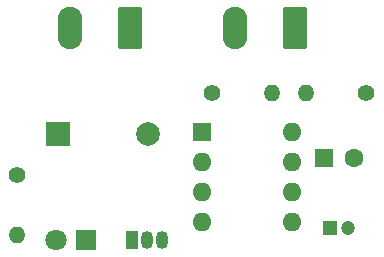
<source format=gbr>
%TF.GenerationSoftware,KiCad,Pcbnew,8.0.5*%
%TF.CreationDate,2025-02-06T17:58:04+03:00*%
%TF.ProjectId,Touch Switch Project,546f7563-6820-4537-9769-746368205072,v01*%
%TF.SameCoordinates,Original*%
%TF.FileFunction,Soldermask,Bot*%
%TF.FilePolarity,Negative*%
%FSLAX46Y46*%
G04 Gerber Fmt 4.6, Leading zero omitted, Abs format (unit mm)*
G04 Created by KiCad (PCBNEW 8.0.5) date 2025-02-06 17:58:04*
%MOMM*%
%LPD*%
G01*
G04 APERTURE LIST*
G04 Aperture macros list*
%AMRoundRect*
0 Rectangle with rounded corners*
0 $1 Rounding radius*
0 $2 $3 $4 $5 $6 $7 $8 $9 X,Y pos of 4 corners*
0 Add a 4 corners polygon primitive as box body*
4,1,4,$2,$3,$4,$5,$6,$7,$8,$9,$2,$3,0*
0 Add four circle primitives for the rounded corners*
1,1,$1+$1,$2,$3*
1,1,$1+$1,$4,$5*
1,1,$1+$1,$6,$7*
1,1,$1+$1,$8,$9*
0 Add four rect primitives between the rounded corners*
20,1,$1+$1,$2,$3,$4,$5,0*
20,1,$1+$1,$4,$5,$6,$7,0*
20,1,$1+$1,$6,$7,$8,$9,0*
20,1,$1+$1,$8,$9,$2,$3,0*%
G04 Aperture macros list end*
%ADD10C,1.400000*%
%ADD11O,1.400000X1.400000*%
%ADD12R,1.600000X1.600000*%
%ADD13C,1.600000*%
%ADD14R,2.000000X2.000000*%
%ADD15C,2.000000*%
%ADD16R,1.800000X1.800000*%
%ADD17C,1.800000*%
%ADD18R,1.050000X1.500000*%
%ADD19O,1.050000X1.500000*%
%ADD20O,1.600000X1.600000*%
%ADD21R,1.200000X1.200000*%
%ADD22C,1.200000*%
%ADD23RoundRect,0.249999X0.790001X1.550001X-0.790001X1.550001X-0.790001X-1.550001X0.790001X-1.550001X0*%
%ADD24O,2.080000X3.600000*%
G04 APERTURE END LIST*
D10*
%TO.C,R2*%
X139460000Y-75500000D03*
D11*
X144540000Y-75500000D03*
%TD*%
D10*
%TO.C,R1*%
X152540000Y-75500000D03*
D11*
X147460000Y-75500000D03*
%TD*%
D12*
%TO.C,C1*%
X149000000Y-81000000D03*
D13*
X151500000Y-81000000D03*
%TD*%
D14*
%TO.C,BZ1*%
X126460225Y-79000000D03*
D15*
X134060225Y-79000000D03*
%TD*%
D16*
%TO.C,LED*%
X128775000Y-88000000D03*
D17*
X126235000Y-88000000D03*
%TD*%
D18*
%TO.C,Q1*%
X132730000Y-88000000D03*
D19*
X134000000Y-88000000D03*
X135270000Y-88000000D03*
%TD*%
D10*
%TO.C,R3*%
X123000000Y-82500000D03*
D11*
X123000000Y-87580000D03*
%TD*%
D12*
%TO.C,555*%
X138660225Y-78850000D03*
D20*
X138660225Y-81390000D03*
X138660225Y-83930000D03*
X138660225Y-86470000D03*
X146280225Y-86470000D03*
X146280225Y-83930000D03*
X146280225Y-81390000D03*
X146280225Y-78850000D03*
%TD*%
D21*
%TO.C,C2*%
X149500000Y-87000000D03*
D22*
X151000000Y-87000000D03*
%TD*%
D23*
%TO.C,Touch Input*%
X132500000Y-70000000D03*
D24*
X127420000Y-70000000D03*
%TD*%
D23*
%TO.C,BAT+*%
X146540000Y-70000000D03*
D24*
X141460000Y-70000000D03*
%TD*%
M02*

</source>
